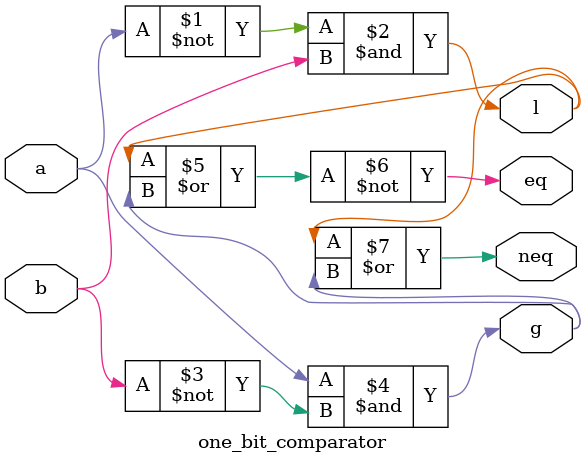
<source format=v>
`timescale 1ns / 1ps


module one_bit_comparator(
    input a,
    input b,
    output eq,
    output neq,
    output l,
    output g
    );
    
assign l = (~a) & b;
assign g = a & (~b);
assign eq = ~(l | g);
assign neq = l | g;

endmodule

</source>
